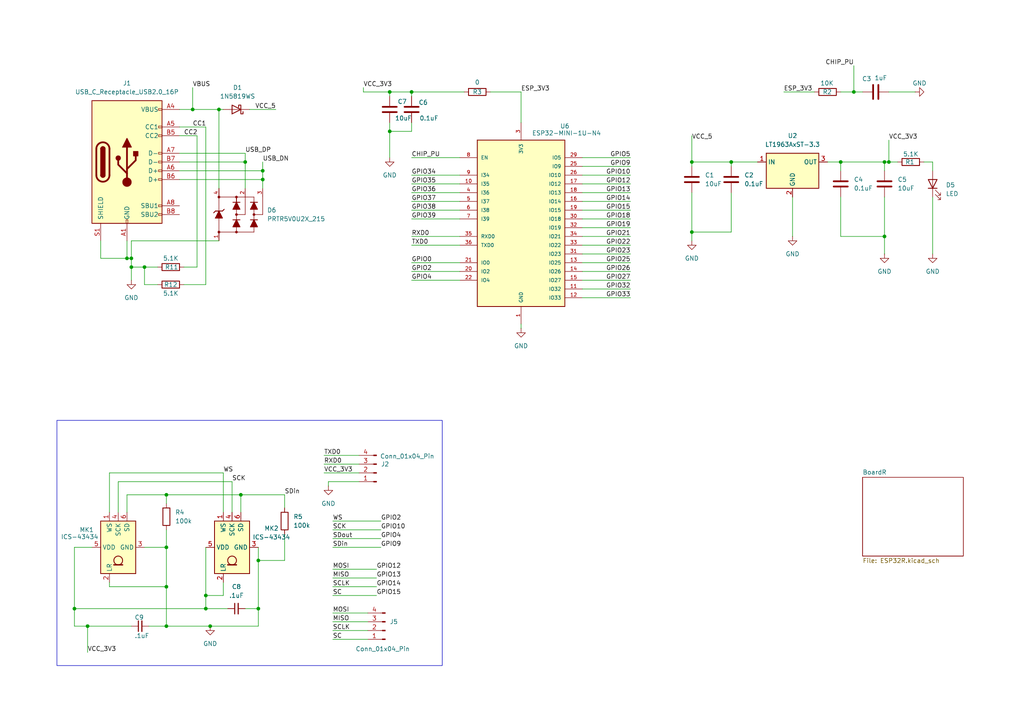
<source format=kicad_sch>
(kicad_sch (version 20231120) (generator "eeschema") (generator_version "8.0")
  (paper "A4")
  (lib_symbols
    (symbol "Connector:Conn_01x04_Pin" (pin_names (offset 1.016) hide)
      (property "Reference" "J" (at 0 5.08 0))
      (property "Value" "Conn_01x04_Pin" (at 0 -7.62 0))
      (symbol "Conn_01x04_Pin_1_1"
        (polyline (pts (xy 1.27 -5.08) (xy 0.8636 -5.08)) (stroke (width 0.1524)))
        (polyline (pts (xy 1.27 -2.54) (xy 0.8636 -2.54)) (stroke (width 0.1524)))
        (polyline (pts (xy 1.27 0) (xy 0.8636 0)) (stroke (width 0.1524)))
        (polyline (pts (xy 1.27 2.54) (xy 0.8636 2.54)) (stroke (width 0.1524)))
        (rectangle (start 0.8636 -4.953) (end 0 -5.207) (stroke (width 0.1524)) (fill (type outline)))
        (rectangle (start 0.8636 -2.413) (end 0 -2.667) (stroke (width 0.1524)) (fill (type outline)))
        (rectangle (start 0.8636 0.127) (end 0 -0.127) (stroke (width 0.1524)) (fill (type outline)))
        (rectangle (start 0.8636 2.667) (end 0 2.413) (stroke (width 0.1524)) (fill (type outline)))
        (pin passive line (at 5.08 2.54 180) (length 3.81) (name "Pin_1") (number "1"))
        (pin passive line (at 5.08 0 180) (length 3.81) (name "Pin_2") (number "2"))
        (pin passive line (at 5.08 -2.54 180) (length 3.81) (name "Pin_3") (number "3"))
        (pin passive line (at 5.08 -5.08 180) (length 3.81) (name "Pin_4") (number "4"))
      )
    )
    (symbol "Connector:USB_C_Receptacle_USB2.0_16P" (pin_names (offset 1.016))
      (property "Reference" "J" (at 0 22.225 0))
      (property "Value" "USB_C_Receptacle_USB2.0_16P" (at 0 19.685 0))
      (symbol "USB_C_Receptacle_USB2.0_16P_0_0"
        (rectangle (start -0.254 -17.78) (end 0.254 -16.764))
        (rectangle (start 10.16 -14.986) (end 9.144 -15.494))
        (rectangle (start 10.16 -12.446) (end 9.144 -12.954))
        (rectangle (start 10.16 -4.826) (end 9.144 -5.334))
        (rectangle (start 10.16 -2.286) (end 9.144 -2.794))
        (rectangle (start 10.16 0.254) (end 9.144 -0.254))
        (rectangle (start 10.16 2.794) (end 9.144 2.286))
        (rectangle (start 10.16 7.874) (end 9.144 7.366))
        (rectangle (start 10.16 10.414) (end 9.144 9.906))
        (rectangle (start 10.16 15.494) (end 9.144 14.986))
      )
      (symbol "USB_C_Receptacle_USB2.0_16P_0_1"
        (rectangle (start -10.16 17.78) (end 10.16 -17.78) (stroke (width 0.254)) (fill (type background)))
        (arc (start -8.89 -3.81) (mid -6.985 -5.7067) (end -5.08 -3.81) (stroke (width 0.508)))
        (arc (start -7.62 -3.81) (mid -6.985 -4.4423) (end -6.35 -3.81) (stroke (width 0.254)))
        (arc (start -7.62 -3.81) (mid -6.985 -4.4423) (end -6.35 -3.81) (stroke (width 0.254)) (fill (type outline)))
        (rectangle (start -7.62 -3.81) (end -6.35 3.81) (stroke (width 0.254)) (fill (type outline)))
        (arc (start -6.35 3.81) (mid -6.985 4.4423) (end -7.62 3.81) (stroke (width 0.254)))
        (arc (start -6.35 3.81) (mid -6.985 4.4423) (end -7.62 3.81) (stroke (width 0.254)) (fill (type outline)))
        (arc (start -5.08 3.81) (mid -6.985 5.7067) (end -8.89 3.81) (stroke (width 0.508)))
        (circle (center -2.54 1.143) (radius 0.635) (stroke (width 0.254)) (fill (type outline)))
        (circle (center 0 -5.842) (radius 1.27) (fill (type outline)))
        (polyline (pts (xy -8.89 -3.81) (xy -8.89 3.81)) (stroke (width 0.508)))
        (polyline (pts (xy -5.08 3.81) (xy -5.08 -3.81)) (stroke (width 0.508)))
        (polyline (pts (xy 0 -5.842) (xy 0 4.318)) (stroke (width 0.508)))
        (polyline (pts (xy 0 -3.302) (xy -2.54 -0.762) (xy -2.54 0.508)) (stroke (width 0.508)))
        (polyline (pts (xy 0 -2.032) (xy 2.54 0.508) (xy 2.54 1.778)) (stroke (width 0.508)))
        (polyline (pts (xy -1.27 4.318) (xy 0 6.858) (xy 1.27 4.318) (xy -1.27 4.318)) (stroke (width 0.254)) (fill (type outline)))
        (rectangle (start 1.905 1.778) (end 3.175 3.048) (stroke (width 0.254)) (fill (type outline)))
      )
      (symbol "USB_C_Receptacle_USB2.0_16P_1_1"
        (pin passive line (at 0 -22.86 90) (length 5.08) (name "GND") (number "A1"))
        (pin passive line (at 0 -22.86 90) (length 5.08) hide (name "GND") (number "A12"))
        (pin passive line (at 15.24 15.24 180) (length 5.08) (name "VBUS") (number "A4"))
        (pin bidirectional line (at 15.24 10.16 180) (length 5.08) (name "CC1") (number "A5"))
        (pin bidirectional line (at 15.24 -2.54 180) (length 5.08) (name "D+") (number "A6"))
        (pin bidirectional line (at 15.24 2.54 180) (length 5.08) (name "D-") (number "A7"))
        (pin bidirectional line (at 15.24 -12.7 180) (length 5.08) (name "SBU1") (number "A8"))
        (pin passive line (at 15.24 15.24 180) (length 5.08) hide (name "VBUS") (number "A9"))
        (pin passive line (at 0 -22.86 90) (length 5.08) hide (name "GND") (number "B1"))
        (pin passive line (at 0 -22.86 90) (length 5.08) hide (name "GND") (number "B12"))
        (pin passive line (at 15.24 15.24 180) (length 5.08) hide (name "VBUS") (number "B4"))
        (pin bidirectional line (at 15.24 7.62 180) (length 5.08) (name "CC2") (number "B5"))
        (pin bidirectional line (at 15.24 -5.08 180) (length 5.08) (name "D+") (number "B6"))
        (pin bidirectional line (at 15.24 0 180) (length 5.08) (name "D-") (number "B7"))
        (pin bidirectional line (at 15.24 -15.24 180) (length 5.08) (name "SBU2") (number "B8"))
        (pin passive line (at 15.24 15.24 180) (length 5.08) hide (name "VBUS") (number "B9"))
        (pin passive line (at -7.62 -22.86 90) (length 5.08) (name "SHIELD") (number "S1"))
      )
    )
    (symbol "Device:C" (pin_numbers hide) (pin_names (offset 0.254))
      (property "Reference" "C" (at 0.635 2.54 0))
      (property "Value" "C" (at 0.635 -2.54 0))
      (symbol "C_0_1"
        (polyline (pts (xy -2.032 -0.762) (xy 2.032 -0.762)) (stroke (width 0.508)))
        (polyline (pts (xy -2.032 0.762) (xy 2.032 0.762)) (stroke (width 0.508)))
      )
      (symbol "C_1_1"
        (pin passive line (at 0 3.81 270) (length 2.794) (name "~") (number "1"))
        (pin passive line (at 0 -3.81 90) (length 2.794) (name "~") (number "2"))
      )
    )
    (symbol "Device:C_Small" (pin_numbers hide) (pin_names (offset 0.254) hide)
      (property "Reference" "C" (at 0.254 1.778 0))
      (property "Value" "C_Small" (at 0.254 -2.032 0))
      (symbol "C_Small_0_1"
        (polyline (pts (xy -1.524 -0.508) (xy 1.524 -0.508)) (stroke (width 0.3302)))
        (polyline (pts (xy -1.524 0.508) (xy 1.524 0.508)) (stroke (width 0.3048)))
      )
      (symbol "C_Small_1_1"
        (pin passive line (at 0 2.54 270) (length 2.032) (name "~") (number "1"))
        (pin passive line (at 0 -2.54 90) (length 2.032) (name "~") (number "2"))
      )
    )
    (symbol "Device:LED" (pin_numbers hide) (pin_names (offset 1.016) hide)
      (property "Reference" "D" (at 0 2.54 0))
      (property "Value" "LED" (at 0 -2.54 0))
      (symbol "LED_0_1"
        (polyline (pts (xy -1.27 -1.27) (xy -1.27 1.27)) (stroke (width 0.254)))
        (polyline (pts (xy -1.27 0) (xy 1.27 0)))
        (polyline (pts (xy 1.27 -1.27) (xy 1.27 1.27) (xy -1.27 0) (xy 1.27 -1.27)) (stroke (width 0.254)))
        (polyline (pts (xy -3.048 -0.762) (xy -4.572 -2.286) (xy -3.81 -2.286) (xy -4.572 -2.286) (xy -4.572 -1.524)))
        (polyline (pts (xy -1.778 -0.762) (xy -3.302 -2.286) (xy -2.54 -2.286) (xy -3.302 -2.286) (xy -3.302 -1.524)))
      )
      (symbol "LED_1_1"
        (pin passive line (at -3.81 0 0) (length 2.54) (name "K") (number "1"))
        (pin passive line (at 3.81 0 180) (length 2.54) (name "A") (number "2"))
      )
    )
    (symbol "Device:R" (pin_numbers hide) (pin_names (offset 0))
      (property "Reference" "R" (at 2.032 0 90))
      (property "Value" "R" (at 0 0 90))
      (symbol "R_0_1"
        (rectangle (start -1.016 -2.54) (end 1.016 2.54) (stroke (width 0.254)))
      )
      (symbol "R_1_1"
        (pin passive line (at 0 3.81 270) (length 1.27) (name "~") (number "1"))
        (pin passive line (at 0 -3.81 90) (length 1.27) (name "~") (number "2"))
      )
    )
    (symbol "Diode:1N5819WS" (pin_numbers hide) (pin_names (offset 1.016) hide)
      (property "Reference" "D" (at 0 2.54 0))
      (property "Value" "1N5819WS" (at 0 -2.54 0))
      (symbol "1N5819WS_0_1"
        (polyline (pts (xy 1.27 0) (xy -1.27 0)))
        (polyline (pts (xy 1.27 1.27) (xy 1.27 -1.27) (xy -1.27 0) (xy 1.27 1.27)) (stroke (width 0.254)))
        (polyline (pts (xy -1.905 0.635) (xy -1.905 1.27) (xy -1.27 1.27) (xy -1.27 -1.27) (xy -0.635 -1.27) (xy -0.635 -0.635)) (stroke (width 0.254)))
      )
      (symbol "1N5819WS_1_1"
        (pin passive line (at -3.81 0 0) (length 2.54) (name "K") (number "1"))
        (pin passive line (at 3.81 0 180) (length 2.54) (name "A") (number "2"))
      )
    )
    (symbol "ESP32-MINI-1U-N4:ESP32-MINI-1U-N4" (pin_names (offset 1.016))
      (property "Reference" "U" (at -12.7 28.702 0))
      (property "Value" "ESP32-MINI-1U-N4" (at 2.794 25.908 0))
      (symbol "ESP32-MINI-1U-N4_0_0"
        (rectangle (start -12.7 25.4) (end 12.7 -22.86) (stroke (width 0.254)) (fill (type background)))
        (pin input line (at -17.78 12.7 0) (length 5.08) (name "I35") (number "10"))
        (pin bidirectional line (at 17.78 -17.78 180) (length 5.08) (name "IO32") (number "11"))
        (pin bidirectional line (at 17.78 -20.32 180) (length 5.08) (name "IO33") (number "12"))
        (pin bidirectional line (at 17.78 -10.16 180) (length 5.08) (name "IO25") (number "13"))
        (pin bidirectional line (at 17.78 -12.7 180) (length 5.08) (name "IO26") (number "14"))
        (pin bidirectional line (at 17.78 -15.24 180) (length 5.08) (name "IO27") (number "15"))
        (pin bidirectional line (at 17.78 7.62 180) (length 5.08) (name "IO14") (number "16"))
        (pin bidirectional line (at 17.78 12.7 180) (length 5.08) (name "IO12") (number "17"))
        (pin bidirectional line (at 17.78 10.16 180) (length 5.08) (name "IO13") (number "18"))
        (pin bidirectional line (at 17.78 5.08 180) (length 5.08) (name "IO15") (number "19"))
        (pin bidirectional line (at -17.78 -12.7 0) (length 5.08) (name "IO2") (number "20"))
        (pin bidirectional line (at -17.78 -10.16 0) (length 5.08) (name "IO0") (number "21"))
        (pin bidirectional line (at -17.78 -15.24 0) (length 5.08) (name "IO4") (number "22"))
        (pin bidirectional line (at 17.78 17.78 180) (length 5.08) (name "IO9") (number "25"))
        (pin bidirectional line (at 17.78 15.24 180) (length 5.08) (name "IO10") (number "26"))
        (pin bidirectional line (at 17.78 20.32 180) (length 5.08) (name "IO5") (number "29"))
        (pin power_in line (at 0 30.48 270) (length 5.08) (name "3V3") (number "3"))
        (pin bidirectional line (at 17.78 2.54 180) (length 5.08) (name "IO18") (number "30"))
        (pin bidirectional line (at 17.78 -7.62 180) (length 5.08) (name "IO23") (number "31"))
        (pin bidirectional line (at 17.78 0 180) (length 5.08) (name "IO19") (number "32"))
        (pin bidirectional line (at 17.78 -5.08 180) (length 5.08) (name "IO22") (number "33"))
        (pin bidirectional line (at 17.78 -2.54 180) (length 5.08) (name "IO21") (number "34"))
        (pin bidirectional line (at -17.78 -2.54 0) (length 5.08) (name "RXD0") (number "35"))
        (pin bidirectional line (at -17.78 -5.08 0) (length 5.08) (name "TXD0") (number "36"))
        (pin input line (at -17.78 10.16 0) (length 5.08) (name "I36") (number "4"))
        (pin input line (at -17.78 7.62 0) (length 5.08) (name "I37") (number "5"))
        (pin input line (at -17.78 5.08 0) (length 5.08) (name "I38") (number "6"))
        (pin input line (at -17.78 2.54 0) (length 5.08) (name "I39") (number "7"))
        (pin input line (at -17.78 20.32 0) (length 5.08) (name "EN") (number "8"))
        (pin input line (at -17.78 15.24 0) (length 5.08) (name "I34") (number "9"))
      )
      (symbol "ESP32-MINI-1U-N4_1_0"
        (pin power_in line (at 0 -27.94 90) (length 5.08) (name "GND") (number "1"))
        (pin power_in line (at 0 -27.94 90) (length 5.08) hide (name "GND") (number "2"))
        (pin no_connect line (at -17.78 -20.32 0) (length 5.08) hide (name "NC") (number "23"))
        (pin no_connect line (at -17.78 -20.32 0) (length 5.08) hide (name "NC__1") (number "24"))
        (pin power_in line (at 0 -27.94 90) (length 5.08) hide (name "GND") (number "27"))
        (pin no_connect line (at -17.78 -20.32 0) (length 5.08) hide (name "NC__2") (number "28"))
        (pin no_connect line (at -17.78 -20.32 0) (length 5.08) hide (name "NC__3") (number "37"))
        (pin power_in line (at 0 -27.94 90) (length 5.08) hide (name "GND") (number "38"))
        (pin power_in line (at 0 -27.94 90) (length 5.08) hide (name "GND") (number "39"))
        (pin power_in line (at 0 -27.94 90) (length 5.08) hide (name "GND") (number "40"))
        (pin power_in line (at 0 -27.94 90) (length 5.08) hide (name "GND") (number "41"))
        (pin power_in line (at 0 -27.94 90) (length 5.08) hide (name "GND") (number "42"))
        (pin power_in line (at 0 -27.94 90) (length 5.08) hide (name "GND") (number "43"))
        (pin power_in line (at 0 -27.94 90) (length 5.08) hide (name "GND") (number "44"))
        (pin power_in line (at 0 -27.94 90) (length 5.08) hide (name "GND") (number "45"))
        (pin power_in line (at 0 -27.94 90) (length 5.08) hide (name "GND") (number "46"))
        (pin power_in line (at 0 -27.94 90) (length 5.08) hide (name "GND") (number "47"))
        (pin power_in line (at 0 -27.94 90) (length 5.08) hide (name "GND") (number "48"))
        (pin power_in line (at 0 -27.94 90) (length 5.08) hide (name "GND") (number "49"))
        (pin power_in line (at 0 -27.94 90) (length 5.08) hide (name "GND") (number "50"))
        (pin power_in line (at 0 -27.94 90) (length 5.08) hide (name "GND") (number "51"))
        (pin power_in line (at 0 -27.94 90) (length 5.08) hide (name "GND") (number "52"))
        (pin power_in line (at 0 -27.94 90) (length 5.08) hide (name "GND") (number "53"))
        (pin power_in line (at 0 -27.94 90) (length 5.08) hide (name "GND") (number "54"))
        (pin power_in line (at 0 -27.94 90) (length 5.08) hide (name "GND") (number "55"))
        (pin power_in line (at 0 -27.94 90) (length 5.08) hide (name "GND") (number "56"))
        (pin power_in line (at 0 -27.94 90) (length 5.08) hide (name "GND") (number "57"))
        (pin power_in line (at 0 -27.94 90) (length 5.08) hide (name "GND") (number "58"))
        (pin power_in line (at 0 -27.94 90) (length 5.08) hide (name "GND") (number "59"))
        (pin power_in line (at 0 -27.94 90) (length 5.08) hide (name "GND") (number "60"))
        (pin power_in line (at 0 -27.94 90) (length 5.08) hide (name "GND") (number "61"))
        (pin power_in line (at 0 -27.94 90) (length 5.08) hide (name "GND") (number "62"))
      )
    )
    (symbol "PRTR5V0U2X_215:PRTR5V0U2X_215" (pin_names (offset 1.016))
      (property "Reference" "D" (at -2.5474 -7.5404 0))
      (property "Value" "PRTR5V0U2X_215" (at -2.543 -10.3245 0))
      (symbol "PRTR5V0U2X_215_0_0"
        (circle (center -5.08 -5.08) (radius 0.254) (stroke (width 0.254)))
        (circle (center -5.08 5.08) (radius 0.254) (stroke (width 0.254)))
        (circle (center 0 -5.08) (radius 0.254) (stroke (width 0.254)))
        (polyline (pts (xy -6.096 1.016) (xy -6.604 0.508)) (stroke (width 0.254)))
        (polyline (pts (xy -6.096 1.016) (xy -5.08 1.016)) (stroke (width 0.254)))
        (polyline (pts (xy -5.08 -1.016) (xy -5.08 -7.62)) (stroke (width 0.1524)))
        (polyline (pts (xy -5.08 1.016) (xy -5.08 7.62)) (stroke (width 0.1524)))
        (polyline (pts (xy -5.08 1.016) (xy -4.064 1.016)) (stroke (width 0.254)))
        (polyline (pts (xy -4.064 1.016) (xy -3.556 1.524)) (stroke (width 0.254)))
        (polyline (pts (xy -1.016 -1.524) (xy 0 -1.524)) (stroke (width 0.254)))
        (polyline (pts (xy -1.016 3.556) (xy 0 3.556)) (stroke (width 0.254)))
        (polyline (pts (xy 0 -5.08) (xy -5.08 -5.08)) (stroke (width 0.1524)))
        (polyline (pts (xy 0 -3.556) (xy 0 -5.08)) (stroke (width 0.1524)))
        (polyline (pts (xy 0 -1.524) (xy 0 0)) (stroke (width 0.1524)))
        (polyline (pts (xy 0 -1.524) (xy 1.016 -1.524)) (stroke (width 0.254)))
        (polyline (pts (xy 0 0) (xy 0 1.524)) (stroke (width 0.1524)))
        (polyline (pts (xy 0 0) (xy 2.54 0)) (stroke (width 0.1524)))
        (polyline (pts (xy 0 3.556) (xy 0 5.08)) (stroke (width 0.254)))
        (polyline (pts (xy 0 3.556) (xy 1.016 3.556)) (stroke (width 0.254)))
        (polyline (pts (xy 0 5.08) (xy -5.08 5.08)) (stroke (width 0.1524)))
        (polyline (pts (xy 2.54 0) (xy 2.54 7.62)) (stroke (width 0.1524)))
        (polyline (pts (xy 4.064 -1.524) (xy 5.08 -1.524)) (stroke (width 0.254)))
        (polyline (pts (xy 4.064 3.556) (xy 5.08 3.556)) (stroke (width 0.254)))
        (polyline (pts (xy 5.08 -5.08) (xy 0 -5.08)) (stroke (width 0.1524)))
        (polyline (pts (xy 5.08 -3.556) (xy 5.08 -5.08)) (stroke (width 0.1524)))
        (polyline (pts (xy 5.08 -1.524) (xy 5.08 0)) (stroke (width 0.1524)))
        (polyline (pts (xy 5.08 -1.524) (xy 6.096 -1.524)) (stroke (width 0.254)))
        (polyline (pts (xy 5.08 0) (xy 5.08 1.524)) (stroke (width 0.1524)))
        (polyline (pts (xy 5.08 0) (xy 7.62 0)) (stroke (width 0.1524)))
        (polyline (pts (xy 5.08 3.556) (xy 5.08 5.08)) (stroke (width 0.1524)))
        (polyline (pts (xy 5.08 3.556) (xy 6.096 3.556)) (stroke (width 0.254)))
        (polyline (pts (xy 5.08 5.08) (xy 0 5.08)) (stroke (width 0.1524)))
        (polyline (pts (xy 7.62 0) (xy 7.62 7.62)) (stroke (width 0.1524)))
        (polyline (pts (xy -6.096 -1.016) (xy -5.08 1.016) (xy -4.064 -1.016) (xy -6.096 -1.016)) (stroke (width 0.254)) (fill (type outline)))
        (polyline (pts (xy -1.016 -3.556) (xy 0 -1.524) (xy 1.016 -3.556) (xy -1.016 -3.556)) (stroke (width 0.254)) (fill (type outline)))
        (polyline (pts (xy -1.016 1.524) (xy 0 3.556) (xy 1.016 1.524) (xy -1.016 1.524)) (stroke (width 0.254)) (fill (type outline)))
        (polyline (pts (xy 4.064 -3.556) (xy 5.08 -1.524) (xy 6.096 -3.556) (xy 4.064 -3.556)) (stroke (width 0.254)) (fill (type outline)))
        (polyline (pts (xy 4.064 1.524) (xy 5.08 3.556) (xy 6.096 1.524) (xy 4.064 1.524)) (stroke (width 0.254)) (fill (type outline)))
        (circle (center 0 0) (radius 0.254) (stroke (width 0.254)))
        (circle (center 0 5.08) (radius 0.254) (stroke (width 0.254)))
        (circle (center 5.08 0) (radius 0.254) (stroke (width 0.254)))
        (pin passive line (at -5.08 -7.62 90) (length 2.54) (name "~") (number "1"))
        (pin passive line (at 2.54 7.62 270) (length 2.54) (name "~") (number "2"))
        (pin passive line (at 7.62 7.62 270) (length 2.54) (name "~") (number "3"))
        (pin passive line (at -5.08 7.62 270) (length 2.54) (name "~") (number "4"))
      )
    )
    (symbol "Regulator_Linear:LT1963AxST-3.3"
      (property "Reference" "U" (at -7.62 6.35 0))
      (property "Value" "LT1963AxST-3.3" (at -1.27 6.35 0))
      (symbol "LT1963AxST-3.3_0_1"
        (rectangle (start -7.62 5.08) (end 7.62 -5.08) (stroke (width 0.254)) (fill (type background)))
      )
      (symbol "LT1963AxST-3.3_1_1"
        (pin power_in line (at -10.16 2.54 0) (length 2.54) (name "IN") (number "1"))
        (pin power_in line (at 0 -7.62 90) (length 2.54) (name "GND") (number "2"))
        (pin power_out line (at 10.16 2.54 180) (length 2.54) (name "OUT") (number "3"))
      )
    )
    (symbol "Sensor_Audio:ICS-43434"
      (property "Reference" "MK" (at -7.62 6.35 0))
      (property "Value" "ICS-43434" (at 1.27 6.35 0))
      (symbol "ICS-43434_1_1"
        (rectangle (start -7.62 5.08) (end 7.62 -5.08) (stroke (width 0.254)) (fill (type background)))
        (circle (center -3.81 0) (radius 1.27) (stroke (width 0.254)))
        (polyline (pts (xy -5.08 1.27) (xy -5.08 -1.27)) (stroke (width 0.381)))
        (pin input line (at 10.16 2.54 180) (length 2.54) (name "WS") (number "1"))
        (pin input line (at -10.16 2.54 0) (length 2.54) (name "LR") (number "2"))
        (pin power_in line (at 0 -7.62 90) (length 2.54) (name "GND") (number "3"))
        (pin input line (at 10.16 0 180) (length 2.54) (name "SCK") (number "4"))
        (pin power_in line (at 0 7.62 270) (length 2.54) (name "VDD") (number "5"))
        (pin output line (at 10.16 -2.54 180) (length 2.54) (name "SD") (number "6"))
      )
    )
    (symbol "power:GND" (power) (pin_numbers hide) (pin_names (offset 0) hide)
      (property "Value" "GND" (at 0 -3.81 0))
      (symbol "GND_0_1"
        (polyline (pts (xy 0 0) (xy 0 -1.27) (xy 1.27 -1.27) (xy 0 -2.54) (xy -1.27 -1.27) (xy 0 -1.27)))
      )
      (symbol "GND_1_1"
        (pin power_in line (at 0 0 270) (length 0) (name "~") (number "1"))
      )
    )
  )
  (junction (at 38.1 74.93))
  (junction (at 59.69 172.72))
  (junction (at 59.69 176.53))
  (junction (at 69.85 143.51))
  (junction (at 48.26 181.61))
  (junction (at 256.54 46.99))
  (junction (at 256.54 68.58))
  (junction (at 200.66 67.31))
  (junction (at 74.93 162.56))
  (junction (at 247.65 26.67))
  (junction (at 41.91 77.47))
  (junction (at 63.5 31.75))
  (junction (at 48.26 158.75))
  (junction (at 38.1 77.47))
  (junction (at 48.26 143.51))
  (junction (at 257.81 46.99))
  (junction (at 76.2 52.07))
  (junction (at 25.4 181.61))
  (junction (at 113.03 26.67))
  (junction (at 212.09 46.99))
  (junction (at 60.96 181.61))
  (junction (at 71.12 46.99))
  (junction (at 21.59 176.53))
  (junction (at 200.66 46.99))
  (junction (at 76.2 49.53))
  (junction (at 113.03 38.1))
  (junction (at 48.26 170.18))
  (junction (at 119.38 26.67))
  (junction (at 243.84 46.99))
  (junction (at 55.88 31.75))
  (junction (at 74.93 176.53))
  (junction (at 36.83 74.93))
  (wire (pts (xy 36.83 69.85) (xy 36.83 74.93)))
  (wire (pts (xy 71.12 44.45) (xy 71.12 46.99)))
  (wire (pts (xy 69.85 143.51) (xy 82.55 143.51)))
  (wire (pts (xy 96.52 177.8) (xy 106.68 177.8)))
  (wire (pts (xy 133.35 58.42) (xy 119.38 58.42)))
  (wire (pts (xy 74.93 181.61) (xy 74.93 176.53)))
  (wire (pts (xy 67.31 139.7) (xy 67.31 148.59)))
  (wire (pts (xy 25.4 181.61) (xy 21.59 181.61)))
  (wire (pts (xy 105.41 26.67) (xy 113.03 26.67)))
  (wire (pts (xy 182.88 63.5) (xy 168.91 63.5)))
  (wire (pts (xy 72.39 31.75) (xy 80.01 31.75)))
  (wire (pts (xy 104.14 139.7) (xy 95.25 139.7)))
  (wire (pts (xy 59.69 82.55) (xy 53.34 82.55)))
  (wire (pts (xy 243.84 46.99) (xy 243.84 49.53)))
  (wire (pts (xy 168.91 81.28) (xy 182.88 81.28)))
  (wire (pts (xy 113.03 26.67) (xy 119.38 26.67)))
  (wire (pts (xy 243.84 57.15) (xy 243.84 68.58)))
  (wire (pts (xy 168.91 66.04) (xy 182.88 66.04)))
  (wire (pts (xy 182.88 53.34) (xy 168.91 53.34)))
  (wire (pts (xy 168.91 73.66) (xy 182.88 73.66)))
  (wire (pts (xy 96.52 156.21) (xy 110.49 156.21)))
  (wire (pts (xy 43.18 181.61) (xy 48.26 181.61)))
  (wire (pts (xy 36.83 143.51) (xy 48.26 143.51)))
  (wire (pts (xy 55.88 25.4) (xy 55.88 31.75)))
  (wire (pts (xy 48.26 143.51) (xy 48.26 146.05)))
  (wire (pts (xy 133.35 68.58) (xy 119.38 68.58)))
  (wire (pts (xy 76.2 46.99) (xy 76.2 49.53)))
  (wire (pts (xy 41.91 77.47) (xy 45.72 77.47)))
  (wire (pts (xy 38.1 77.47) (xy 38.1 74.93)))
  (wire (pts (xy 59.69 172.72) (xy 64.77 172.72)))
  (wire (pts (xy 52.07 31.75) (xy 55.88 31.75)))
  (wire (pts (xy 257.81 26.67) (xy 265.43 26.67)))
  (wire (pts (xy 93.98 137.16) (xy 104.14 137.16)))
  (wire (pts (xy 21.59 176.53) (xy 59.69 176.53)))
  (wire (pts (xy 200.66 39.37) (xy 200.66 46.99)))
  (wire (pts (xy 168.91 68.58) (xy 182.88 68.58)))
  (wire (pts (xy 119.38 35.56) (xy 119.38 38.1)))
  (wire (pts (xy 168.91 71.12) (xy 182.88 71.12)))
  (wire (pts (xy 74.93 162.56) (xy 74.93 158.75)))
  (wire (pts (xy 133.35 63.5) (xy 119.38 63.5)))
  (wire (pts (xy 113.03 26.67) (xy 113.03 27.94)))
  (wire (pts (xy 212.09 46.99) (xy 219.71 46.99)))
  (wire (pts (xy 243.84 68.58) (xy 256.54 68.58)))
  (wire (pts (xy 59.69 172.72) (xy 59.69 158.75)))
  (wire (pts (xy 21.59 158.75) (xy 21.59 176.53)))
  (wire (pts (xy 168.91 78.74) (xy 182.88 78.74)))
  (wire (pts (xy 240.03 46.99) (xy 243.84 46.99)))
  (wire (pts (xy 119.38 76.2) (xy 133.35 76.2)))
  (wire (pts (xy 38.1 81.28) (xy 38.1 77.47)))
  (wire (pts (xy 256.54 57.15) (xy 256.54 68.58)))
  (wire (pts (xy 48.26 143.51) (xy 69.85 143.51)))
  (wire (pts (xy 182.88 60.96) (xy 168.91 60.96)))
  (wire (pts (xy 96.52 185.42) (xy 106.68 185.42)))
  (wire (pts (xy 113.03 38.1) (xy 113.03 45.72)))
  (wire (pts (xy 41.91 158.75) (xy 48.26 158.75)))
  (wire (pts (xy 93.98 132.08) (xy 104.14 132.08)))
  (wire (pts (xy 52.07 44.45) (xy 71.12 44.45)))
  (wire (pts (xy 119.38 78.74) (xy 133.35 78.74)))
  (wire (pts (xy 74.93 176.53) (xy 74.93 162.56)))
  (wire (pts (xy 96.52 153.67) (xy 110.49 153.67)))
  (wire (pts (xy 182.88 45.72) (xy 168.91 45.72)))
  (wire (pts (xy 256.54 68.58) (xy 256.54 73.66)))
  (wire (pts (xy 256.54 46.99) (xy 257.81 46.99)))
  (wire (pts (xy 182.88 50.8) (xy 168.91 50.8)))
  (wire (pts (xy 93.98 134.62) (xy 104.14 134.62)))
  (wire (pts (xy 48.26 181.61) (xy 60.96 181.61)))
  (wire (pts (xy 256.54 46.99) (xy 256.54 49.53)))
  (wire (pts (xy 257.81 40.64) (xy 257.81 46.99)))
  (wire (pts (xy 243.84 26.67) (xy 247.65 26.67)))
  (wire (pts (xy 270.51 57.15) (xy 270.51 73.66)))
  (wire (pts (xy 38.1 69.85) (xy 38.1 74.93)))
  (wire (pts (xy 247.65 26.67) (xy 250.19 26.67)))
  (wire (pts (xy 96.52 151.13) (xy 110.49 151.13)))
  (wire (pts (xy 52.07 52.07) (xy 76.2 52.07)))
  (wire (pts (xy 212.09 48.26) (xy 212.09 46.99)))
  (wire (pts (xy 21.59 181.61) (xy 21.59 176.53)))
  (wire (pts (xy 119.38 45.72) (xy 133.35 45.72)))
  (wire (pts (xy 229.87 57.15) (xy 229.87 68.58)))
  (wire (pts (xy 57.15 77.47) (xy 53.34 77.47)))
  (wire (pts (xy 182.88 58.42) (xy 168.91 58.42)))
  (wire (pts (xy 48.26 153.67) (xy 48.26 158.75)))
  (wire (pts (xy 113.03 35.56) (xy 113.03 38.1)))
  (wire (pts (xy 96.52 180.34) (xy 106.68 180.34)))
  (wire (pts (xy 48.26 158.75) (xy 48.26 170.18)))
  (wire (pts (xy 82.55 154.94) (xy 82.55 162.56)))
  (wire (pts (xy 36.83 74.93) (xy 38.1 74.93)))
  (wire (pts (xy 119.38 38.1) (xy 113.03 38.1)))
  (wire (pts (xy 95.25 139.7) (xy 95.25 140.97)))
  (wire (pts (xy 52.07 49.53) (xy 76.2 49.53)))
  (wire (pts (xy 200.66 46.99) (xy 212.09 46.99)))
  (wire (pts (xy 96.52 158.75) (xy 110.49 158.75)))
  (wire (pts (xy 119.38 26.67) (xy 134.62 26.67)))
  (wire (pts (xy 133.35 71.12) (xy 119.38 71.12)))
  (wire (pts (xy 57.15 39.37) (xy 57.15 77.47)))
  (wire (pts (xy 168.91 76.2) (xy 182.88 76.2)))
  (wire (pts (xy 76.2 49.53) (xy 76.2 52.07)))
  (wire (pts (xy 55.88 31.75) (xy 63.5 31.75)))
  (wire (pts (xy 29.21 69.85) (xy 29.21 74.93)))
  (wire (pts (xy 151.13 35.56) (xy 151.13 26.67)))
  (wire (pts (xy 31.75 170.18) (xy 48.26 170.18)))
  (wire (pts (xy 243.84 46.99) (xy 256.54 46.99)))
  (wire (pts (xy 38.1 77.47) (xy 41.91 77.47)))
  (wire (pts (xy 71.12 176.53) (xy 74.93 176.53)))
  (wire (pts (xy 64.77 148.59) (xy 64.77 137.16)))
  (wire (pts (xy 29.21 74.93) (xy 36.83 74.93)))
  (wire (pts (xy 34.29 139.7) (xy 34.29 148.59)))
  (wire (pts (xy 270.51 46.99) (xy 270.51 49.53)))
  (wire (pts (xy 26.67 158.75) (xy 21.59 158.75)))
  (wire (pts (xy 25.4 189.23) (xy 25.4 181.61)))
  (wire (pts (xy 151.13 93.98) (xy 151.13 95.25)))
  (wire (pts (xy 48.26 170.18) (xy 48.26 181.61)))
  (wire (pts (xy 59.69 176.53) (xy 66.04 176.53)))
  (wire (pts (xy 168.91 86.36) (xy 182.88 86.36)))
  (wire (pts (xy 45.72 82.55) (xy 41.91 82.55)))
  (wire (pts (xy 151.13 26.67) (xy 142.24 26.67)))
  (wire (pts (xy 31.75 137.16) (xy 31.75 148.59)))
  (wire (pts (xy 63.5 31.75) (xy 64.77 31.75)))
  (wire (pts (xy 96.52 182.88) (xy 106.68 182.88)))
  (wire (pts (xy 247.65 26.67) (xy 247.65 19.05)))
  (wire (pts (xy 69.85 143.51) (xy 69.85 148.59)))
  (wire (pts (xy 96.52 165.1) (xy 109.22 165.1)))
  (wire (pts (xy 267.97 46.99) (xy 270.51 46.99)))
  (wire (pts (xy 133.35 50.8) (xy 119.38 50.8)))
  (wire (pts (xy 76.2 52.07) (xy 76.2 54.61)))
  (wire (pts (xy 133.35 55.88) (xy 119.38 55.88)))
  (wire (pts (xy 200.66 67.31) (xy 200.66 69.85)))
  (wire (pts (xy 63.5 31.75) (xy 63.5 54.61)))
  (wire (pts (xy 41.91 82.55) (xy 41.91 77.47)))
  (wire (pts (xy 31.75 170.18) (xy 31.75 168.91)))
  (wire (pts (xy 36.83 148.59) (xy 36.83 143.51)))
  (wire (pts (xy 96.52 172.72) (xy 109.22 172.72)))
  (wire (pts (xy 34.29 139.7) (xy 67.31 139.7)))
  (wire (pts (xy 133.35 53.34) (xy 119.38 53.34)))
  (wire (pts (xy 60.96 181.61) (xy 74.93 181.61)))
  (wire (pts (xy 257.81 46.99) (xy 260.35 46.99)))
  (wire (pts (xy 74.93 162.56) (xy 82.55 162.56)))
  (wire (pts (xy 227.33 26.67) (xy 236.22 26.67)))
  (wire (pts (xy 182.88 48.26) (xy 168.91 48.26)))
  (wire (pts (xy 212.09 67.31) (xy 200.66 67.31)))
  (wire (pts (xy 64.77 137.16) (xy 31.75 137.16)))
  (wire (pts (xy 96.52 167.64) (xy 109.22 167.64)))
  (wire (pts (xy 59.69 36.83) (xy 59.69 82.55)))
  (wire (pts (xy 105.41 25.4) (xy 105.41 26.67)))
  (wire (pts (xy 119.38 26.67) (xy 119.38 27.94)))
  (wire (pts (xy 38.1 181.61) (xy 25.4 181.61)))
  (wire (pts (xy 96.52 170.18) (xy 109.22 170.18)))
  (wire (pts (xy 168.91 83.82) (xy 182.88 83.82)))
  (wire (pts (xy 71.12 46.99) (xy 71.12 54.61)))
  (wire (pts (xy 212.09 55.88) (xy 212.09 67.31)))
  (wire (pts (xy 200.66 48.26) (xy 200.66 46.99)))
  (wire (pts (xy 119.38 81.28) (xy 133.35 81.28)))
  (wire (pts (xy 133.35 60.96) (xy 119.38 60.96)))
  (wire (pts (xy 64.77 168.91) (xy 64.77 172.72)))
  (wire (pts (xy 59.69 176.53) (xy 59.69 172.72)))
  (wire (pts (xy 200.66 55.88) (xy 200.66 67.31)))
  (wire (pts (xy 52.07 39.37) (xy 57.15 39.37)))
  (wire (pts (xy 182.88 55.88) (xy 168.91 55.88)))
  (wire (pts (xy 52.07 36.83) (xy 59.69 36.83)))
  (wire (pts (xy 38.1 69.85) (xy 63.5 69.85)))
  (wire (pts (xy 82.55 143.51) (xy 82.55 147.32)))
  (wire (pts (xy 52.07 46.99) (xy 71.12 46.99)))
  (rectangle (start 16.51 121.92) (end 128.27 193.04))
  (label "GPIO34" (at 119.38 50.8 0))
  (label "GPIO32" (at 182.88 83.82 180))
  (label "GPIO12" (at 109.22 165.1 0))
  (label "GPIO19" (at 182.88 66.04 180))
  (label "GPIO15" (at 182.88 60.96 180))
  (label "GPIO39" (at 119.38 63.5 0))
  (label "GPIO10" (at 110.49 153.67 0))
  (label "TXD0" (at 93.98 132.08 0))
  (label "MOSI" (at 96.52 177.8 0))
  (label "GPIO27" (at 182.88 81.28 180))
  (label "SCK" (at 67.31 139.7 0))
  (label "GPIO14" (at 182.88 58.42 180))
  (label "GPIO4" (at 110.49 156.21 0))
  (label "USB_DP" (at 71.12 44.45 0))
  (label "ESP_3V3" (at 151.13 26.67 0))
  (label "GPIO14" (at 109.22 170.18 0))
  (label "GPIO26" (at 182.88 78.74 180))
  (label "SDin" (at 82.55 143.51 0))
  (label "GPIO9" (at 182.88 48.26 180))
  (label "GPIO15" (at 109.22 172.72 0))
  (label "RXD0" (at 119.38 68.58 0))
  (label "MISO" (at 96.52 180.34 0))
  (label "GPIO18" (at 182.88 63.5 180))
  (label "GPIO0" (at 119.38 76.2 0) (property "Netclass" "GPIO0" (effects (hide yes))))
  (label "VCC_3V3" (at 93.98 137.16 0))
  (label "ESP_3V3" (at 227.33 26.67 0))
  (label "CC1" (at 55.88 36.83 0))
  (label "USB_DN" (at 76.2 46.99 0))
  (label "SDout" (at 96.52 156.21 0))
  (label "GPIO37" (at 119.38 58.42 0))
  (label "RXD0" (at 93.98 134.62 0))
  (label "SC" (at 96.52 172.72 0))
  (label "GPIO33" (at 182.88 86.36 180))
  (label "TXD0" (at 119.38 71.12 0))
  (label "GPIO4" (at 119.38 81.28 0))
  (label "GPIO22" (at 182.88 71.12 180))
  (label "VBUS" (at 55.88 25.4 0))
  (label "GPIO38" (at 119.38 60.96 0))
  (label "GPIO2" (at 119.38 78.74 0))
  (label "MOSI" (at 96.52 165.1 0))
  (label "GPIO36" (at 119.38 55.88 0))
  (label "GPIO23" (at 182.88 73.66 180))
  (label "VCC_3V3" (at 25.4 189.23 0))
  (label "SDin" (at 96.52 158.75 0))
  (label "GPIO13" (at 109.22 167.64 0))
  (label "CHIP_PU" (at 119.38 45.72 0))
  (label "SCLK" (at 96.52 182.88 0))
  (label "WS" (at 96.52 151.13 0))
  (label "GPIO9" (at 110.49 158.75 0))
  (label "GPIO12" (at 182.88 53.34 180))
  (label "VCC_3V3" (at 257.81 40.64 0))
  (label "GPIO2" (at 110.49 151.13 0))
  (label "GPIO35" (at 119.38 53.34 0))
  (label "WS" (at 64.77 137.16 0))
  (label "SCK" (at 96.52 153.67 0))
  (label "SC" (at 96.52 185.42 0))
  (label "SCLK" (at 96.52 170.18 0))
  (label "CHIP_PU" (at 247.65 19.05 180))
  (label "GPIO13" (at 182.88 55.88 180))
  (label "GPIO25" (at 182.88 76.2 180))
  (label "CC2" (at 53.34 39.37 0))
  (label "VCC_3V3" (at 105.41 25.4 0))
  (label "GPIO5" (at 182.88 45.72 180))
  (label "VCC_5" (at 80.01 31.75 180))
  (label "GPIO10" (at 182.88 50.8 180))
  (label "GPIO21" (at 182.88 68.58 180))
  (label "MISO" (at 96.52 167.64 0))
  (label "VCC_5" (at 200.66 40.64 0))
  (symbol (lib_id "Device:C_Small") (at 68.58 176.53 90) (unit 1)
    (property "Reference" "C8" (at 68.5863 170.18 90))
    (property "Value" ".1uF" (at 68.5863 172.72 90))
    (property "Footprint" "Capacitor_SMD:C_0805_2012Metric_Pad1.18x1.45mm_HandSolder" (effects (hide yes)))
    (property "Description" "Unpolarized capacitor, small symbol" (effects (hide yes)))
  )
  (symbol (lib_id "power:GND") (at 265.43 26.67 90) (unit 1)
    (property "Reference" "#PWR08" (effects (hide yes)))
    (property "Value" "GND" (at 266.7 24.13 90))
    (property "Description" "Power symbol creates a global label with name \"GND\" , ground" (effects (hide yes)))
  )
  (symbol (lib_id "Device:R") (at 82.55 151.13 0) (unit 1)
    (property "Reference" "R5" (at 85.09 149.8599 0) (effects (justify left)))
    (property "Value" "100k" (at 85.09 152.3999 0) (effects (justify left)))
    (property "Footprint" "Resistor_SMD:R_0805_2012Metric_Pad1.20x1.40mm_HandSolder" (effects (hide yes)))
    (property "Description" "Resistor" (effects (hide yes)))
  )
  (symbol (lib_id "Device:C") (at 254 26.67 90) (unit 1)
    (property "Reference" "C3" (at 252.7299 22.86 90) (effects (justify left)))
    (property "Value" "1uF" (at 257.302 22.606 90) (effects (justify left)))
    (property "Footprint" "Capacitor_SMD:C_0805_2012Metric_Pad1.18x1.45mm_HandSolder" (effects (hide yes)))
    (property "Description" "Unpolarized capacitor" (effects (hide yes)))
  )
  (symbol (lib_id "Device:C") (at 200.66 52.07 0) (unit 1)
    (property "Reference" "C1" (at 204.47 50.7999 0) (effects (justify left)))
    (property "Value" "10uF" (at 204.47 53.3399 0) (effects (justify left)))
    (property "Footprint" "Capacitor_SMD:C_0805_2012Metric_Pad1.18x1.45mm_HandSolder" (effects (hide yes)))
    (property "Description" "Unpolarized capacitor" (effects (hide yes)))
  )
  (symbol (lib_id "ESP32-MINI-1U-N4:ESP32-MINI-1U-N4") (at 151.13 66.04 0) (unit 1)
    (property "Reference" "U6" (at 163.83 36.576 0))
    (property "Value" "ESP32-MINI-1U-N4" (at 164.338 38.608 0))
    (property "Footprint" "ESP32_MINI_1U_N4:MODULE_ESP32-MINI-1U-N4" (effects (hide yes)))
    (property "PARTREV" "v1.2" (effects (hide yes)))
    (property "STANDARD" "Manufacturer Recommendations" (effects (hide yes)))
    (property "SNAPEDA_PN" "ESP32-MINI-1U-N4" (effects (hide yes)))
    (property "MAXIMUM_PACKAGE_HEIGHT" "2.55mm" (effects (hide yes)))
    (property "MANUFACTURER" "Espressif Systems" (effects (hide yes)))
  )
  (symbol (lib_id "Device:C") (at 119.38 31.75 0) (unit 1)
    (property "Reference" "C6" (at 121.412 29.718 0) (effects (justify left)))
    (property "Value" "0.1uF" (at 121.666 34.29 0) (effects (justify left)))
    (property "Footprint" "Capacitor_SMD:C_0805_2012Metric_Pad1.18x1.45mm_HandSolder" (effects (hide yes)))
    (property "Description" "Unpolarized capacitor" (effects (hide yes)))
  )
  (symbol (lib_id "Device:R") (at 49.53 77.47 90) (unit 1)
    (property "Reference" "R11" (at 49.784 77.47 90))
    (property "Value" "5.1K" (at 49.53 74.93 90))
    (property "Footprint" "Resistor_SMD:R_0805_2012Metric_Pad1.20x1.40mm_HandSolder" (effects (hide yes)))
    (property "Description" "Resistor" (effects (hide yes)))
  )
  (symbol (lib_id "Device:R") (at 264.16 46.99 90) (unit 1)
    (property "Reference" "R1" (at 263.906 46.99 90))
    (property "Value" "5.1K" (at 264.16 44.704 90))
    (property "Footprint" "Resistor_SMD:R_0603_1608Metric_Pad0.98x0.95mm_HandSolder" (effects (hide yes)))
    (property "Description" "Resistor" (effects (hide yes)))
  )
  (symbol (lib_id "power:GND") (at 60.96 181.61 0) (unit 1)
    (property "Reference" "#PWR09" (effects (hide yes)))
    (property "Value" "GND" (at 60.96 186.69 0))
    (property "Description" "Power symbol creates a global label with name \"GND\" , ground" (effects (hide yes)))
  )
  (symbol (lib_id "power:GND") (at 95.25 140.97 0) (unit 1)
    (property "Reference" "#PWR020" (effects (hide yes)))
    (property "Value" "GND" (at 95.25 146.05 0))
    (property "Description" "Power symbol creates a global label with name \"GND\" , ground" (effects (hide yes)))
  )
  (symbol (lib_id "Device:C") (at 212.09 52.07 0) (unit 1)
    (property "Reference" "C2" (at 215.9 50.7999 0) (effects (justify left)))
    (property "Value" "0.1uF" (at 215.9 53.3399 0) (effects (justify left)))
    (property "Footprint" "Capacitor_SMD:C_0805_2012Metric_Pad1.18x1.45mm_HandSolder" (effects (hide yes)))
    (property "Description" "Unpolarized capacitor" (effects (hide yes)))
  )
  (symbol (lib_id "Device:C_Small") (at 40.64 181.61 90) (unit 1)
    (property "Reference" "C9" (at 40.386 179.07 90))
    (property "Value" ".1uF" (at 41.148 184.404 90))
    (property "Footprint" "Capacitor_SMD:C_0805_2012Metric_Pad1.18x1.45mm_HandSolder" (effects (hide yes)))
    (property "Description" "Unpolarized capacitor, small symbol" (effects (hide yes)))
  )
  (symbol (lib_id "power:GND") (at 229.87 68.58 0) (unit 1)
    (property "Reference" "#PWR03" (effects (hide yes)))
    (property "Value" "GND" (at 229.87 73.66 0))
    (property "Description" "Power symbol creates a global label with name \"GND\" , ground" (effects (hide yes)))
  )
  (symbol (lib_id "Device:C") (at 243.84 53.34 0) (unit 1)
    (property "Reference" "C4" (at 247.65 52.0699 0) (effects (justify left)))
    (property "Value" "0.1uF" (at 247.65 54.6099 0) (effects (justify left)))
    (property "Footprint" "Capacitor_SMD:C_0805_2012Metric_Pad1.18x1.45mm_HandSolder" (effects (hide yes)))
    (property "Description" "Unpolarized capacitor" (effects (hide yes)))
  )
  (symbol (lib_id "PRTR5V0U2X_215:PRTR5V0U2X_215") (at 68.58 62.23 0) (unit 1)
    (property "Reference" "D6" (at 77.47 60.9599 0) (effects (justify left)))
    (property "Value" "PRTR5V0U2X_215" (at 77.47 63.4999 0) (effects (justify left)))
    (property "Footprint" "Library:SOT143B" (effects (hide yes)))
  )
  (symbol (lib_id "Connector:Conn_01x04_Pin") (at 111.76 182.88 180) (unit 1)
    (property "Reference" "J5" (at 113.03 180.3399 0) (effects (justify right)))
    (property "Value" "Conn_01x04_Pin" (at 103.124 188.214 0) (effects (justify right)))
    (property "Footprint" "Connector_PinHeader_1.27mm:PinHeader_1x04_P1.27mm_Vertical" (effects (hide yes)))
    (property "Description" "Generic connector, single row, 01x04, script generated" (effects (hide yes)))
  )
  (symbol (lib_id "Diode:1N5819WS") (at 68.58 31.75 180) (unit 1)
    (property "Reference" "D1" (at 68.8975 25.4 0))
    (property "Value" "1N5819WS" (at 68.8975 27.94 0))
    (property "Footprint" "Diode_SMD:D_SOD-323" (effects (hide yes)))
    (property "Datasheet" "https://datasheet.lcsc.com/lcsc/2204281430_Guangdong-Hottech-1N5819WS_C191023.pdf" (effects (hide yes)))
    (property "Description" "40V 600mV@1A 1A SOD-323 Schottky Barrier Diodes, SOD-323" (effects (hide yes)))
  )
  (symbol (lib_id "Device:R") (at 240.03 26.67 270) (unit 1)
    (property "Reference" "R2" (at 241.3 26.67 90) (effects (justify right)))
    (property "Value" "10K" (at 241.808 24.13 90) (effects (justify right)))
    (property "Footprint" "Resistor_SMD:R_0805_2012Metric" (effects (hide yes)))
    (property "Description" "Resistor" (effects (hide yes)))
  )
  (symbol (lib_id "Connector:USB_C_Receptacle_USB2.0_16P") (at 36.83 46.99 0) (unit 1)
    (property "Reference" "J1" (at 36.83 24.13 0))
    (property "Value" "USB_C_Receptacle_USB2.0_16P" (at 36.83 26.67 0))
    (property "Footprint" "Connector_USB:USB_C_Receptacle_JAE_DX07S016JA1R1500" (effects (hide yes)))
    (property "Datasheet" "https://www.usb.org/sites/default/files/documents/usb_type-c.zip" (effects (hide yes)))
    (property "Description" "USB 2.0-only 16P Type-C Receptacle connector" (effects (hide yes)))
  )
  (symbol (lib_id "power:GND") (at 256.54 73.66 0) (unit 1)
    (property "Reference" "#PWR02" (effects (hide yes)))
    (property "Value" "GND" (at 256.54 78.74 0))
    (property "Description" "Power symbol creates a global label with name \"GND\" , ground" (effects (hide yes)))
  )
  (symbol (lib_id "power:GND") (at 38.1 81.28 0) (unit 1)
    (property "Reference" "#PWR01" (effects (hide yes)))
    (property "Value" "GND" (at 38.1 86.36 0))
    (property "Description" "Power symbol creates a global label with name \"GND\" , ground" (effects (hide yes)))
  )
  (symbol (lib_id "Sensor_Audio:ICS-43434") (at 67.31 158.75 90) (unit 1)
    (property "Reference" "MK2" (at 78.74 153.2538 90))
    (property "Value" "ICS-43434" (at 78.74 155.7938 90))
    (property "Footprint" "Sensor_Audio:InvenSense_ICS-43434-6_3.5x2.65mm" (effects (hide yes)))
    (property "Datasheet" "https://www.invensense.com/wp-content/uploads/2016/02/DS-000069-ICS-43434-v1.2.pdf" (effects (hide yes)))
    (property "Description" "TDK InvenSense MEMS Microphone, 24-bit I2S, 65 dBA SNR, LGA-6" (effects (hide yes)))
  )
  (symbol (lib_id "power:GND") (at 200.66 69.85 0) (unit 1)
    (property "Reference" "#PWR04" (effects (hide yes)))
    (property "Value" "GND" (at 200.66 74.93 0))
    (property "Description" "Power symbol creates a global label with name \"GND\" , ground" (effects (hide yes)))
  )
  (symbol (lib_id "Device:LED") (at 270.51 53.34 90) (unit 1)
    (property "Reference" "D5" (at 274.32 53.6574 90) (effects (justify right)))
    (property "Value" "LED" (at 274.32 56.1974 90) (effects (justify right)))
    (property "Footprint" "LED_SMD:LED_0603_1608Metric_Pad1.05x0.95mm_HandSolder" (effects (hide yes)))
    (property "Description" "Light emitting diode" (effects (hide yes)))
  )
  (symbol (lib_id "Device:R") (at 138.43 26.67 90) (unit 1)
    (property "Reference" "R3" (at 138.43 26.67 90))
    (property "Value" "0" (at 138.43 23.876 90))
    (property "Footprint" "Jumper:SolderJumper-2_P1.3mm_Open_RoundedPad1.0x1.5mm" (effects (hide yes)))
    (property "Description" "Resistor" (effects (hide yes)))
  )
  (symbol (lib_id "Device:R") (at 48.26 149.86 0) (unit 1)
    (property "Reference" "R4" (at 50.8 148.5899 0) (effects (justify left)))
    (property "Value" "100k" (at 50.8 151.1299 0) (effects (justify left)))
    (property "Footprint" "Resistor_SMD:R_0805_2012Metric_Pad1.20x1.40mm_HandSolder" (effects (hide yes)))
    (property "Description" "Resistor" (effects (hide yes)))
  )
  (symbol (lib_id "Device:R") (at 49.53 82.55 90) (unit 1)
    (property "Reference" "R12" (at 49.53 82.55 90))
    (property "Value" "5.1K" (at 49.53 85.09 90))
    (property "Footprint" "Resistor_SMD:R_0805_2012Metric_Pad1.20x1.40mm_HandSolder" (effects (hide yes)))
    (property "Description" "Resistor" (effects (hide yes)))
  )
  (symbol (lib_id "power:GND") (at 113.03 45.72 0) (unit 1)
    (property "Reference" "#PWR06" (effects (hide yes)))
    (property "Value" "GND" (at 113.03 50.8 0))
    (property "Description" "Power symbol creates a global label with name \"GND\" , ground" (effects (hide yes)))
  )
  (symbol (lib_id "Regulator_Linear:LT1963AxST-3.3") (at 229.87 49.53 0) (unit 1)
    (property "Reference" "U2" (at 229.87 39.37 0))
    (property "Value" "LT1963AxST-3.3" (at 229.87 41.91 0))
    (property "Footprint" "TLV1117_50CDCYR:DCY0004A_N" (effects (hide yes)))
    (property "Datasheet" "https://www.analog.com/media/en/technical-documentation/data-sheets/1963aff.pdf" (effects (hide yes)))
    (property "Description" "3.3V, 1.5A, Low Noise, Fast Transient Response LDO Regulator, SOT-223" (effects (hide yes)))
  )
  (symbol (lib_id "Connector:Conn_01x04_Pin") (at 109.22 137.16 180) (unit 1)
    (property "Reference" "J2" (at 110.49 134.6199 0) (effects (justify right)))
    (property "Value" "Conn_01x04_Pin" (at 110.236 132.334 0) (effects (justify right)))
    (property "Footprint" "Connector_PinHeader_1.27mm:PinHeader_1x04_P1.27mm_Vertical" (effects (hide yes)))
    (property "Description" "Generic connector, single row, 01x04, script generated" (effects (hide yes)))
  )
  (symbol (lib_id "Sensor_Audio:ICS-43434") (at 34.29 158.75 90) (unit 1)
    (property "Reference" "MK1" (at 25.146 153.67 90))
    (property "Value" "ICS-43434" (at 23.114 155.702 90))
    (property "Footprint" "Sensor_Audio:InvenSense_ICS-43434-6_3.5x2.65mm" (effects (hide yes)))
    (property "Datasheet" "https://www.invensense.com/wp-content/uploads/2016/02/DS-000069-ICS-43434-v1.2.pdf" (effects (hide yes)))
    (property "Description" "TDK InvenSense MEMS Microphone, 24-bit I2S, 65 dBA SNR, LGA-6" (effects (hide yes)))
  )
  (symbol (lib_id "power:GND") (at 270.51 73.66 0) (unit 1)
    (property "Reference" "#PWR05" (effects (hide yes)))
    (property "Value" "GND" (at 270.51 78.74 0))
    (property "Description" "Power symbol creates a global label with name \"GND\" , ground" (effects (hide yes)))
  )
  (symbol (lib_id "power:GND") (at 151.13 95.25 0) (unit 1)
    (property "Reference" "#PWR07" (effects (hide yes)))
    (property "Value" "GND" (at 151.13 100.33 0))
    (property "Description" "Power symbol creates a global label with name \"GND\" , ground" (effects (hide yes)))
  )
  (symbol (lib_id "Device:C") (at 113.03 31.75 0) (unit 1)
    (property "Reference" "C7" (at 115.316 29.464 0) (effects (justify left)))
    (property "Value" "10uF" (at 114.554 34.29 0) (effects (justify left)))
    (property "Footprint" "Capacitor_SMD:C_0805_2012Metric_Pad1.18x1.45mm_HandSolder" (effects (hide yes)))
    (property "Description" "Unpolarized capacitor" (effects (hide yes)))
  )
  (symbol (lib_id "Device:C") (at 256.54 53.34 0) (unit 1)
    (property "Reference" "C5" (at 260.35 52.0699 0) (effects (justify left)))
    (property "Value" "10uF" (at 260.35 54.6099 0) (effects (justify left)))
    (property "Footprint" "Capacitor_SMD:C_0805_2012Metric_Pad1.18x1.45mm_HandSolder" (effects (hide yes)))
    (property "Description" "Unpolarized capacitor" (effects (hide yes)))
  )
  (sheet (at 250.19 138.43) (size 29.21 22.86) (stroke (width 0.1524))
    (property "Sheetname" "BoardR" (at 250.19 137.7184 0) (effects (justify left bottom)))
    (property "Sheetfile" "ESP32R.kicad_sch" (at 250.19 161.8746 0) (effects (justify left top)))
  )
)
</source>
